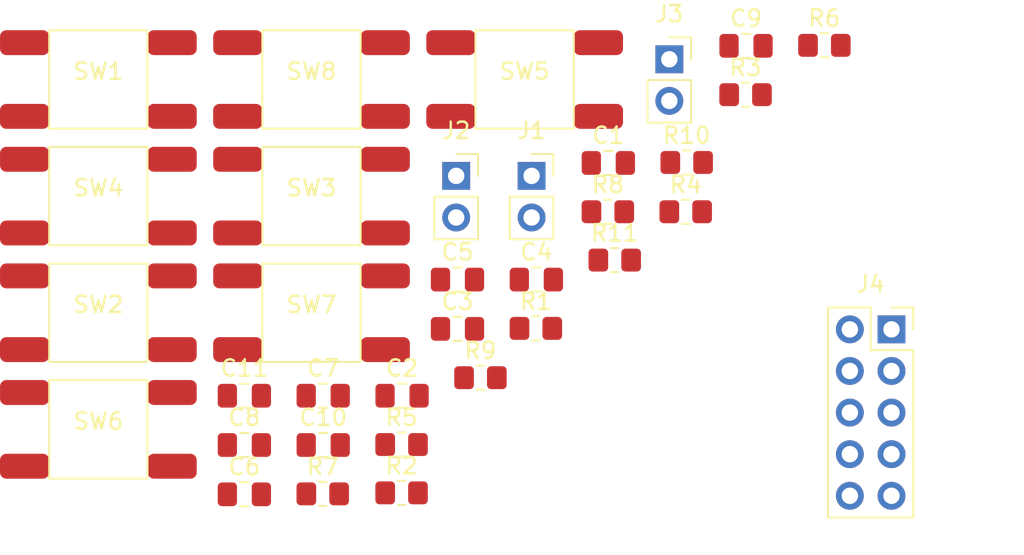
<source format=kicad_pcb>
(kicad_pcb (version 20211014) (generator pcbnew)
  (layers (0 "F.Cu" signal) (31 "B.Cu" signal) (34 "B.Paste" user) (35 "F.Paste" user) (36 "B.SilkS" user "B.Silkscreen") (37 "F.SilkS" user "F.Silkscreen") (38 "B.Mask" user) (39 "F.Mask" user) (44 "Edge.Cuts" user))
  (net 0 "")
  (net 1 "LEFT")
  (net 2 "GND")
  (net 3 "MENU")
  (net 4 "OK")
  (net 5 "DOWN")
  (net 6 "HOME")
  (net 7 "UP")
  (net 8 "RIGHT")
  (net 9 "BACK")
  (net 10 "BTN1")
  (net 11 "BTN2")
  (net 12 "BTN3")
  (net 13 "Net-(R1-Pad1)")
  (net 14 "+3.3V")
  (net 15 "Net-(R2-Pad1)")
  (net 16 "Net-(R3-Pad1)")
  (net 17 "Net-(R4-Pad1)")
  (net 18 "Net-(R5-Pad1)")
  (net 19 "Net-(R6-Pad1)")
  (net 20 "Net-(R7-Pad1)")
  (net 21 "Net-(R8-Pad1)")
  (footprint "Resistor_SMD:R_0805_2012Metric_Pad1.20x1.40mm_HandSolder" (layer "F.Cu") (at 153.15 104.542)
    (fp_text reference "R3" (at 0 -1.65) (layer "F.SilkS"))
    (fp_text value "10k")
    (fp_line (start -0.227064 0.735) (end 0.227064 0.735) (layer "F.SilkS") (width 0.12))
    (fp_line (start -0.227064 -0.735) (end 0.227064 -0.735) (layer "F.SilkS") (width 0.12))
    (pad "1" smd roundrect (at -1 0) (size 1.2 1.4) (layers "F.Cu" "F.Paste" "F.Mask") (roundrect_rratio 0.208333) (net 16 "Net-(R3-Pad1)"))
    (pad "2" smd roundrect (at 1 0) (size 1.2 1.4) (layers "F.Cu" "F.Paste" "F.Mask") (roundrect_rratio 0.208333) (net 14 "+3.3V"))
  )
  (footprint "Capacitor_SMD:C_0805_2012Metric_Pad1.18x1.45mm_HandSolder" (layer "F.Cu") (at 144.78 108.712)
    (fp_text reference "C1" (at 0 -1.68) (layer "F.SilkS"))
    (fp_text value "100nF")
    (fp_line (start -0.261252 0.735) (end 0.261252 0.735) (layer "F.SilkS") (width 0.12))
    (fp_line (start -0.261252 -0.735) (end 0.261252 -0.735) (layer "F.SilkS") (width 0.12))
    (pad "1" smd roundrect (at -1.0375 0) (size 1.175 1.45) (layers "F.Cu" "F.Paste" "F.Mask") (roundrect_rratio 0.212766) (net 1 "LEFT"))
    (pad "2" smd roundrect (at 1.0375 0) (size 1.175 1.45) (layers "F.Cu" "F.Paste" "F.Mask") (roundrect_rratio 0.212766) (net 2 "GND"))
  )
  (footprint "Connector_PinSocket_2.54mm:PinSocket_1x02_P2.54mm_Vertical" (layer "F.Cu") (at 140.1 109.502)
    (fp_text reference "J1" (at 0 -2.77) (layer "F.SilkS"))
    (fp_text value "BTN1")
    (fp_line (start -1.33 3.87) (end 1.33 3.87) (layer "F.SilkS") (width 0.12))
    (fp_line (start 1.33 -1.33) (end 1.33 0) (layer "F.SilkS") (width 0.12))
    (fp_line (start 0 -1.33) (end 1.33 -1.33) (layer "F.SilkS") (width 0.12))
    (fp_line (start -1.33 1.27) (end -1.33 3.87) (layer "F.SilkS") (width 0.12))
    (fp_line (start -1.33 1.27) (end 1.33 1.27) (layer "F.SilkS") (width 0.12))
    (fp_line (start 1.33 1.27) (end 1.33 3.87) (layer "F.SilkS") (width 0.12))
    (pad "1" thru_hole rect (at 0 0) (size 1.7 1.7) (drill 1) (layers *.Cu *.Mask) (net 2 "GND"))
    (pad "2" thru_hole oval (at 0 2.54) (size 1.7 1.7) (drill 1) (layers *.Cu *.Mask) (net 10 "BTN1"))
  )
  (footprint "Resistor_SMD:R_0805_2012Metric_Pad1.20x1.40mm_HandSolder" (layer "F.Cu") (at 132.17 125.902)
    (fp_text reference "R5" (at 0 -1.65) (layer "F.SilkS"))
    (fp_text value "10k")
    (fp_line (start -0.227064 -0.735) (end 0.227064 -0.735) (layer "F.SilkS") (width 0.12))
    (fp_line (start -0.227064 0.735) (end 0.227064 0.735) (layer "F.SilkS") (width 0.12))
    (pad "1" smd roundrect (at -1 0) (size 1.2 1.4) (layers "F.Cu" "F.Paste" "F.Mask") (roundrect_rratio 0.208333) (net 18 "Net-(R5-Pad1)"))
    (pad "2" smd roundrect (at 1 0) (size 1.2 1.4) (layers "F.Cu" "F.Paste" "F.Mask") (roundrect_rratio 0.208333) (net 14 "+3.3V"))
  )
  (footprint "TL3301SPF160QG:TL3301SPF160QG" (layer "F.Cu") (at 126.675 103.617)
    (fp_text reference "SW8" (at 0 -0.5 unlocked) (layer "F.SilkS"))
    (fp_text value "SW_MEC_5E")
    (fp_rect (start -3 -3) (end 3 3) (layer "F.SilkS") (width 0.12) (fill none))
    (pad "1" smd roundrect (at -4.5 2.25) (size 3 1.524) (layers "F.Cu" "F.Paste" "F.Mask"))
    (pad "2" smd roundrect (at 4.5 2.25) (size 3 1.524) (layers "F.Cu" "F.Paste" "F.Mask") (net 2 "GND"))
    (pad "3" smd roundrect (at -4.498165 -2.25) (size 3 1.524) (layers "F.Cu" "F.Paste" "F.Mask") (net 9 "BACK"))
    (pad "4" smd roundrect (at 4.5 -2.25) (size 3 1.524) (layers "F.Cu" "F.Paste" "F.Mask") (net 21 "Net-(R8-Pad1)"))
  )
  (footprint "Connector_PinSocket_2.54mm:PinSocket_1x02_P2.54mm_Vertical" (layer "F.Cu") (at 148.5 102.382)
    (fp_text reference "J3" (at 0 -2.77) (layer "F.SilkS"))
    (fp_text value "BTN3")
    (fp_line (start 0 -1.33) (end 1.33 -1.33) (layer "F.SilkS") (width 0.12))
    (fp_line (start 1.33 -1.33) (end 1.33 0) (layer "F.SilkS") (width 0.12))
    (fp_line (start -1.33 1.27) (end -1.33 3.87) (layer "F.SilkS") (width 0.12))
    (fp_line (start -1.33 3.87) (end 1.33 3.87) (layer "F.SilkS") (width 0.12))
    (fp_line (start -1.33 1.27) (end 1.33 1.27) (layer "F.SilkS") (width 0.12))
    (fp_line (start 1.33 1.27) (end 1.33 3.87) (layer "F.SilkS") (width 0.12))
    (pad "1" thru_hole rect (at 0 0) (size 1.7 1.7) (drill 1) (layers *.Cu *.Mask) (net 2 "GND"))
    (pad "2" thru_hole oval (at 0 2.54) (size 1.7 1.7) (drill 1) (layers *.Cu *.Mask) (net 12 "BTN3"))
  )
  (footprint "Capacitor_SMD:C_0805_2012Metric_Pad1.18x1.45mm_HandSolder" (layer "F.Cu") (at 153.18 101.562)
    (fp_text reference "C9" (at 0 -1.68) (layer "F.SilkS"))
    (fp_text value "100nF")
    (fp_line (start -0.261252 0.735) (end 0.261252 0.735) (layer "F.SilkS") (width 0.12))
    (fp_line (start -0.261252 -0.735) (end 0.261252 -0.735) (layer "F.SilkS") (width 0.12))
    (pad "1" smd roundrect (at -1.0375 0) (size 1.175 1.45) (layers "F.Cu" "F.Paste" "F.Mask") (roundrect_rratio 0.212766) (net 10 "BTN1"))
    (pad "2" smd roundrect (at 1.0375 0) (size 1.175 1.45) (layers "F.Cu" "F.Paste" "F.Mask") (roundrect_rratio 0.212766) (net 2 "GND"))
  )
  (footprint "TL3301SPF160QG:TL3301SPF160QG" (layer "F.Cu") (at 113.675 103.617)
    (fp_text reference "SW1" (at 0 -0.5 unlocked) (layer "F.SilkS"))
    (fp_text value "SW_MEC_5E")
    (fp_rect (start -3 -3) (end 3 3) (layer "F.SilkS") (width 0.12) (fill none))
    (pad "1" smd roundrect (at -4.5 2.25) (size 3 1.524) (layers "F.Cu" "F.Paste" "F.Mask"))
    (pad "2" smd roundrect (at 4.5 2.25) (size 3 1.524) (layers "F.Cu" "F.Paste" "F.Mask") (net 2 "GND"))
    (pad "3" smd roundrect (at -4.498165 -2.25) (size 3 1.524) (layers "F.Cu" "F.Paste" "F.Mask") (net 1 "LEFT"))
    (pad "4" smd roundrect (at 4.5 -2.25) (size 3 1.524) (layers "F.Cu" "F.Paste" "F.Mask") (net 13 "Net-(R1-Pad1)"))
  )
  (footprint "Resistor_SMD:R_0805_2012Metric_Pad1.20x1.40mm_HandSolder" (layer "F.Cu") (at 140.36 118.812)
    (fp_text reference "R1" (at 0 -1.65) (layer "F.SilkS"))
    (fp_text value "10k")
    (fp_line (start -0.227064 0.735) (end 0.227064 0.735) (layer "F.SilkS") (width 0.12))
    (fp_line (start -0.227064 -0.735) (end 0.227064 -0.735) (layer "F.SilkS") (width 0.12))
    (pad "1" smd roundrect (at -1 0) (size 1.2 1.4) (layers "F.Cu" "F.Paste" "F.Mask") (roundrect_rratio 0.208333) (net 13 "Net-(R1-Pad1)"))
    (pad "2" smd roundrect (at 1 0) (size 1.2 1.4) (layers "F.Cu" "F.Paste" "F.Mask") (roundrect_rratio 0.208333) (net 14 "+3.3V"))
  )
  (footprint "TL3301SPF160QG:TL3301SPF160QG" (layer "F.Cu") (at 126.675 110.737)
    (fp_text reference "SW3" (at 0 -0.5 unlocked) (layer "F.SilkS"))
    (fp_text value "SW_MEC_5E")
    (fp_rect (start -3 -3) (end 3 3) (layer "F.SilkS") (width 0.12) (fill none))
    (pad "1" smd roundrect (at -4.5 2.25) (size 3 1.524) (layers "F.Cu" "F.Paste" "F.Mask"))
    (pad "2" smd roundrect (at 4.5 2.25) (size 3 1.524) (layers "F.Cu" "F.Paste" "F.Mask") (net 2 "GND"))
    (pad "3" smd roundrect (at -4.498165 -2.25) (size 3 1.524) (layers "F.Cu" "F.Paste" "F.Mask") (net 4 "OK"))
    (pad "4" smd roundrect (at 4.5 -2.25) (size 3 1.524) (layers "F.Cu" "F.Paste" "F.Mask") (net 16 "Net-(R3-Pad1)"))
  )
  (footprint "TL3301SPF160QG:TL3301SPF160QG" (layer "F.Cu") (at 113.675 124.977)
    (fp_text reference "SW6" (at 0 -0.5 unlocked) (layer "F.SilkS"))
    (fp_text value "SW_MEC_5E")
    (fp_rect (start -3 -3) (end 3 3) (layer "F.SilkS") (width 0.12) (fill none))
    (pad "1" smd roundrect (at -4.5 2.25) (size 3 1.524) (layers "F.Cu" "F.Paste" "F.Mask"))
    (pad "2" smd roundrect (at 4.5 2.25) (size 3 1.524) (layers "F.Cu" "F.Paste" "F.Mask") (net 2 "GND"))
    (pad "3" smd roundrect (at -4.498165 -2.25) (size 3 1.524) (layers "F.Cu" "F.Paste" "F.Mask") (net 7 "UP"))
    (pad "4" smd roundrect (at 4.5 -2.25) (size 3 1.524) (layers "F.Cu" "F.Paste" "F.Mask") (net 19 "Net-(R6-Pad1)"))
  )
  (footprint "TL3301SPF160QG:TL3301SPF160QG" (layer "F.Cu") (at 113.675 117.857)
    (fp_text reference "SW2" (at 0 -0.5 unlocked) (layer "F.SilkS"))
    (fp_text value "SW_MEC_5E")
    (fp_rect (start -3 -3) (end 3 3) (layer "F.SilkS") (width 0.12) (fill none))
    (pad "1" smd roundrect (at -4.5 2.25) (size 3 1.524) (layers "F.Cu" "F.Paste" "F.Mask"))
    (pad "2" smd roundrect (at 4.5 2.25) (size 3 1.524) (layers "F.Cu" "F.Paste" "F.Mask") (net 2 "GND"))
    (pad "3" smd roundrect (at -4.498165 -2.25) (size 3 1.524) (layers "F.Cu" "F.Paste" "F.Mask") (net 3 "MENU"))
    (pad "4" smd roundrect (at 4.5 -2.25) (size 3 1.524) (layers "F.Cu" "F.Paste" "F.Mask") (net 15 "Net-(R2-Pad1)"))
  )
  (footprint "Connector_PinSocket_2.54mm:PinSocket_2x05_P2.54mm_Vertical" (layer "F.Cu") (at 162.052 118.872)
    (fp_text reference "J4" (at -1.27 -2.77) (layer "F.SilkS"))
    (fp_text value "Conn_02x05_Top_Bottom")
    (fp_line (start -1.27 -1.33) (end -1.27 1.27) (layer "F.SilkS") (width 0.12))
    (fp_line (start 1.33 -1.33) (end 1.33 0) (layer "F.SilkS") (width 0.12))
    (fp_line (start -3.87 -1.33) (end -3.87 11.49) (layer "F.SilkS") (width 0.12))
    (fp_line (start -1.27 1.27) (end 1.33 1.27) (layer "F.SilkS") (width 0.12))
    (fp_line (start -3.87 11.49) (end 1.33 11.49) (layer "F.SilkS") (width 0.12))
    (fp_line (start -3.87 -1.33) (end -1.27 -1.33) (layer "F.SilkS") (width 0.12))
    (fp_line (start 1.33 1.27) (end 1.33 11.49) (layer "F.SilkS") (width 0.12))
    (fp_line (start 0 -1.33) (end 1.33 -1.33) (layer "F.SilkS") (width 0.12))
    (pad "1" thru_hole rect (at 0 0) (size 1.7 1.7) (drill 1) (layers *.Cu *.Mask))
    (pad "2" thru_hole oval (at -2.54 0) (size 1.7 1.7) (drill 1) (layers *.Cu *.Mask))
    (pad "3" thru_hole oval (at 0 2.54) (size 1.7 1.7) (drill 1) (layers *.Cu *.Mask))
    (pad "4" thru_hole oval (at -2.54 2.54) (size 1.7 1.7) (drill 1) (layers *.Cu *.Mask))
    (pad "5" thru_hole oval (at 0 5.08) (size 1.7 1.7) (drill 1) (layers *.Cu *.Mask))
    (pad "6" thru_hole oval (at -2.54 5.08) (size 1.7 1.7) (drill 1) (layers *.Cu *.Mask))
    (pad "7" thru_hole oval (at 0 7.62) (size 1.7 1.7) (drill 1) (layers *.Cu *.Mask))
    (pad "8" thru_hole oval (at -2.54 7.62) (size 1.7 1.7) (drill 1) (layers *.Cu *.Mask))
    (pad "9" thru_hole oval (at 0 10.16) (size 1.7 1.7) (drill 1) (layers *.Cu *.Mask))
    (pad "10" thru_hole oval (at -2.54 10.16) (size 1.7 1.7) (drill 1) (layers *.Cu *.Mask))
  )
  (footprint "Resistor_SMD:R_0805_2012Metric_Pad1.20x1.40mm_HandSolder" (layer "F.Cu") (at 127.36 128.912)
    (fp_text reference "R7" (at 0 -1.65) (layer "F.SilkS"))
    (fp_text value "10k")
    (fp_line (start -0.227064 -0.735) (end 0.227064 -0.735) (layer "F.SilkS") (width 0.12))
    (fp_line (start -0.227064 0.735) (end 0.227064 0.735) (layer "F.SilkS") (width 0.12))
    (pad "1" smd roundrect (at -1 0) (size 1.2 1.4) (layers "F.Cu" "F.Paste" "F.Mask") (roundrect_rratio 0.208333) (net 20 "Net-(R7-Pad1)"))
    (pad "2" smd roundrect (at 1 0) (size 1.2 1.4) (layers "F.Cu" "F.Paste" "F.Mask") (roundrect_rratio 0.208333) (net 14 "+3.3V"))
  )
  (footprint "TL3301SPF160QG:TL3301SPF160QG" (layer "F.Cu") (at 126.675 117.857)
    (fp_text reference "SW7" (at 0 -0.5 unlocked) (layer "F.SilkS"))
    (fp_text value "SW_MEC_5E")
    (fp_rect (start -3 -3) (end 3 3) (layer "F.SilkS") (width 0.12) (fill none))
    (pad "1" smd roundrect (at -4.5 2.25) (size 3 1.524) (layers "F.Cu" "F.Paste" "F.Mask"))
    (pad "2" smd roundrect (at 4.5 2.25) (size 3 1.524) (layers "F.Cu" "F.Paste" "F.Mask") (net 2 "GND"))
    (pad "3" smd roundrect (at -4.498165 -2.25) (size 3 1.524) (layers "F.Cu" "F.Paste" "F.Mask") (net 8 "RIGHT"))
    (pad "4" smd roundrect (at 4.5 -2.25) (size 3 1.524) (layers "F.Cu" "F.Paste" "F.Mask") (net 20 "Net-(R7-Pad1)"))
  )
  (footprint "Capacitor_SMD:C_0805_2012Metric_Pad1.18x1.45mm_HandSolder" (layer "F.Cu") (at 135.58 115.832)
    (fp_text reference "C5" (at 0 -1.68) (layer "F.SilkS"))
    (fp_text value "100nF")
    (fp_line (start -0.261252 -0.735) (end 0.261252 -0.735) (layer "F.SilkS") (width 0.12))
    (fp_line (start -0.261252 0.735) (end 0.261252 0.735) (layer "F.SilkS") (width 0.12))
    (pad "1" smd roundrect (at -1.0375 0) (size 1.175 1.45) (layers "F.Cu" "F.Paste" "F.Mask") (roundrect_rratio 0.212766) (net 6 "HOME"))
    (pad "2" smd roundrect (at 1.0375 0) (size 1.175 1.45) (layers "F.Cu" "F.Paste" "F.Mask") (roundrect_rratio 0.212766) (net 2 "GND"))
  )
  (footprint "Resistor_SMD:R_0805_2012Metric_Pad1.20x1.40mm_HandSolder" (layer "F.Cu") (at 132.17 128.852)
    (fp_text reference "R2" (at 0 -1.65) (layer "F.SilkS"))
    (fp_text value "10k")
    (fp_line (start -0.227064 0.735) (end 0.227064 0.735) (layer "F.SilkS") (width 0.12))
    (fp_line (start -0.227064 -0.735) (end 0.227064 -0.735) (layer "F.SilkS") (width 0.12))
    (pad "1" smd roundrect (at -1 0) (size 1.2 1.4) (layers "F.Cu" "F.Paste" "F.Mask") (roundrect_rratio 0.208333) (net 15 "Net-(R2-Pad1)"))
    (pad "2" smd roundrect (at 1 0) (size 1.2 1.4) (layers "F.Cu" "F.Paste" "F.Mask") (roundrect_rratio 0.208333) (net 14 "+3.3V"))
  )
  (footprint "Capacitor_SMD:C_0805_2012Metric_Pad1.18x1.45mm_HandSolder" (layer "F.Cu") (at 132.2 122.922)
    (fp_text reference "C2" (at 0 -1.68) (layer "F.SilkS"))
    (fp_text value "100nF")
    (fp_line (start -0.261252 0.735) (end 0.261252 0.735) (layer "F.SilkS") (width 0.12))
    (fp_line (start -0.261252 -0.735) (end 0.261252 -0.735) (layer "F.SilkS") (width 0.12))
    (pad "1" smd roundrect (at -1.0375 0) (size 1.175 1.45) (layers "F.Cu" "F.Paste" "F.Mask") (roundrect_rratio 0.212766) (net 3 "MENU"))
    (pad "2" smd roundrect (at 1.0375 0) (size 1.175 1.45) (layers "F.Cu" "F.Paste" "F.Mask") (roundrect_rratio 0.212766) (net 2 "GND"))
  )
  (footprint "Capacitor_SMD:C_0805_2012Metric_Pad1.18x1.45mm_HandSolder" (layer "F.Cu") (at 122.58 128.942)
    (fp_text reference "C6" (at 0 -1.68) (layer "F.SilkS"))
    (fp_text value "100nF")
    (fp_line (start -0.261252 0.735) (end 0.261252 0.735) (layer "F.SilkS") (width 0.12))
    (fp_line (start -0.261252 -0.735) (end 0.261252 -0.735) (layer "F.SilkS") (width 0.12))
    (pad "1" smd roundrect (at -1.0375 0) (size 1.175 1.45) (layers "F.Cu" "F.Paste" "F.Mask") (roundrect_rratio 0.212766) (net 7 "UP"))
    (pad "2" smd roundrect (at 1.0375 0) (size 1.175 1.45) (layers "F.Cu" "F.Paste" "F.Mask") (roundrect_rratio 0.212766) (net 2 "GND"))
  )
  (footprint "Resistor_SMD:R_0805_2012Metric_Pad1.20x1.40mm_HandSolder" (layer "F.Cu") (at 136.98 121.822)
    (fp_text reference "R9" (at 0 -1.65) (layer "F.SilkS"))
    (fp_text value "10k")
    (fp_line (start -0.227064 0.735) (end 0.227064 0.735) (layer "F.SilkS") (width 0.12))
    (fp_line (start -0.227064 -0.735) (end 0.227064 -0.735) (layer "F.SilkS") (width 0.12))
    (pad "1" smd roundrect (at -1 0) (size 1.2 1.4) (layers "F.Cu" "F.Paste" "F.Mask") (roundrect_rratio 0.208333) (net 10 "BTN1"))
    (pad "2" smd roundrect (at 1 0) (size 1.2 1.4) (layers "F.Cu" "F.Paste" "F.Mask") (roundrect_rratio 0.208333) (net 14 "+3.3V"))
  )
  (footprint "Capacitor_SMD:C_0805_2012Metric_Pad1.18x1.45mm_HandSolder" (layer "F.Cu") (at 127.39 122.922)
    (fp_text reference "C7" (at 0 -1.68) (layer "F.SilkS"))
    (fp_text value "100nF")
    (fp_line (start -0.261252 -0.735) (end 0.261252 -0.735) (layer "F.SilkS") (width 0.12))
    (fp_line (start -0.261252 0.735) (end 0.261252 0.735) (layer "F.SilkS") (width 0.12))
    (pad "1" smd roundrect (at -1.0375 0) (size 1.175 1.45) (layers "F.Cu" "F.Paste" "F.Mask") (roundrect_rratio 0.212766) (net 8 "RIGHT"))
    (pad "2" smd roundrect (at 1.0375 0) (size 1.175 1.45) (layers "F.Cu" "F.Paste" "F.Mask") (roundrect_rratio 0.212766) (net 2 "GND"))
  )
  (footprint "TL3301SPF160QG:TL3301SPF160QG" (layer "F.Cu") (at 139.675 103.617)
    (fp_text reference "SW5" (at 0 -0.5 unlocked) (layer "F.SilkS"))
    (fp_text value "SW_MEC_5E")
    (fp_rect (start -3 -3) (end 3 3) (layer "F.SilkS") (width 0.12) (fill none))
    (pad "1" smd roundrect (at -4.5 2.25) (size 3 1.524) (layers "F.Cu" "F.Paste" "F.Mask"))
    (pad "2" smd roundrect (at 4.5 2.25) (size 3 1.524) (layers "F.Cu" "F.Paste" "F.Mask") (net 2 "GND"))
    (pad "3" smd roundrect (at -4.498165 -2.25) (size 3 1.524) (layers "F.Cu" "F.Paste" "F.Mask") (net 6 "HOME"))
    (pad "4" smd roundrect (at 4.5 -2.25) (size 3 1.524) (layers "F.Cu" "F.Paste" "F.Mask") (net 18 "Net-(R5-Pad1)"))
  )
  (footprint "Resistor_SMD:R_0805_2012Metric_Pad1.20x1.40mm_HandSolder" (layer "F.Cu") (at 149.5 111.692)
    (fp_text reference "R4" (at 0 -1.65) (layer "F.SilkS"))
    (fp_text value "10k")
    (fp_line (start -0.227064 0.735) (end 0.227064 0.735) (layer "F.SilkS") (width 0.12))
    (fp_line (start -0.227064 -0.735) (end 0.227064 -0.735) (layer "F.SilkS") (width 0.12))
    (pad "1" smd roundrect (at -1 0) (size 1.2 1.4) (layers "F.Cu" "F.Paste" "F.Mask") (roundrect_rratio 0.208333) (net 17 "Net-(R4-Pad1)"))
    (pad "2" smd roundrect (at 1 0) (size 1.2 1.4) (layers "F.Cu" "F.Paste" "F.Mask") (roundrect_rratio 0.208333) (net 14 "+3.3V"))
  )
  (footprint "Connector_PinSocket_2.54mm:PinSocket_1x02_P2.54mm_Vertical" (layer "F.Cu") (at 135.5 109.502)
    (fp_text reference "J2" (at 0 -2.77) (layer "F.SilkS"))
    (fp_text value "BTN2")
    (fp_line (start -1.33 3.87) (end 1.33 3.87) (layer "F.SilkS") (width 0.12))
    (fp_line (start 1.33 1.27) (end 1.33 3.87) (layer "F.SilkS") (width 0.12))
    (fp_line (start -1.33 1.27) (end 1.33 1.27) (layer "F.SilkS") (width 0.12))
    (fp_line (start 0 -1.33) (end 1.33 -1.33) (layer "F.SilkS") (width 0.12))
    (fp_line (start 1.33 -1.33) (end 1.33 0) (layer "F.SilkS") (width 0.12))
    (fp_line (start -1.33 1.27) (end -1.33 3.87) (layer "F.SilkS") (width 0.12))
    (pad "1" thru_hole rect (at 0 0) (size 1.7 1.7) (drill 1) (layers *.Cu *.Mask) (net 2 "GND"))
    (pad "2" thru_hole oval (at 0 2.54) (size 1.7 1.7) (drill 1) (layers *.Cu *.Mask) (net 11 "BTN2"))
  )
  (footprint "Resistor_SMD:R_0805_2012Metric_Pad1.20x1.40mm_HandSolder" (layer "F.Cu") (at 157.96 101.532)
    (fp_text reference "R6" (at 0 -1.65) (layer "F.SilkS"))
    (fp_text value "10k")
    (fp_line (start -0.227064 -0.735) (end 0.227064 -0.735) (layer "F.SilkS") (width 0.12))
    (fp_line (start -0.227064 0.735) (end 0.227064 0.735) (layer "F.SilkS") (width 0.12))
    (pad "1" smd roundrect (at -1 0) (size 1.2 1.4) (layers "F.Cu" "F.Paste" "F.Mask") (roundrect_rratio 0.208333) (net 19 "Net-(R6-Pad1)"))
    (pad "2" smd roundrect (at 1 0) (size 1.2 1.4) (layers "F.Cu" "F.Paste" "F.Mask") (roundrect_rratio 0.208333) (net 14 "+3.3V"))
  )
  (footprint "Capacitor_SMD:C_0805_2012Metric_Pad1.18x1.45mm_HandSolder" (layer "F.Cu") (at 122.58 125.932)
    (fp_text reference "C8" (at 0 -1.68) (layer "F.SilkS"))
    (fp_text value "100nF")
    (fp_line (start -0.261252 0.735) (end 0.261252 0.735) (layer "F.SilkS") (width 0.12))
    (fp_line (start -0.261252 -0.735) (end 0.261252 -0.735) (layer "F.SilkS") (width 0.12))
    (pad "1" smd roundrect (at -1.0375 0) (size 1.175 1.45) (layers "F.Cu" "F.Paste" "F.Mask") (roundrect_rratio 0.212766) (net 9 "BACK"))
    (pad "2" smd roundrect (at 1.0375 0) (size 1.175 1.45) (layers "F.Cu" "F.Paste" "F.Mask") (roundrect_rratio 0.212766) (net 2 "GND"))
  )
  (footprint "Resistor_SMD:R_0805_2012Metric_Pad1.20x1.40mm_HandSolder" (layer "F.Cu") (at 144.75 111.692)
    (fp_text reference "R8" (at 0 -1.65) (layer "F.SilkS"))
    (fp_text value "10k")
    (fp_line (start -0.227064 -0.735) (end 0.227064 -0.735) (layer "F.SilkS") (width 0.12))
    (fp_line (start -0.227064 0.735) (end 0.227064 0.735) (layer "F.SilkS") (width 0.12))
    (pad "1" smd roundrect (at -1 0) (size 1.2 1.4) (layers "F.Cu" "F.Paste" "F.Mask") (roundrect_rratio 0.208333) (net 21 "Net-(R8-Pad1)"))
    (pad "2" smd roundrect (at 1 0) (size 1.2 1.4) (layers "F.Cu" "F.Paste" "F.Mask") (roundrect_rratio 0.208333) (net 14 "+3.3V"))
  )
  (footprint "Resistor_SMD:R_0805_2012Metric_Pad1.20x1.40mm_HandSolder" (layer "F.Cu") (at 145.17 114.642)
    (fp_text reference "R11" (at 0 -1.65) (layer "F.SilkS"))
    (fp_text value "10k")
    (fp_line (start -0.227064 0.735) (end 0.227064 0.735) (layer "F.SilkS") (width 0.12))
    (fp_line (start -0.227064 -0.735) (end 0.227064 -0.735) (layer "F.SilkS") (width 0.12))
    (pad "1" smd roundrect (at -1 0) (size 1.2 1.4) (layers "F.Cu" "F.Paste" "F.Mask") (roundrect_rratio 0.208333) (net 12 "BTN3"))
    (pad "2" smd roundrect (at 1 0) (size 1.2 1.4) (layers "F.Cu" "F.Paste" "F.Mask") (roundrect_rratio 0.208333) (net 14 "+3.3V"))
  )
  (footprint "TL3301SPF160QG:TL3301SPF160QG" (layer "F.Cu") (at 113.675 110.737)
    (fp_text reference "SW4" (at 0 -0.5 unlocked) (layer "F.SilkS"))
    (fp_text value "SW_MEC_5E")
    (fp_rect (start -3 -3) (end 3 3) (layer "F.SilkS") (width 0.12) (fill none))
    (pad "1" smd roundrect (at -4.5 2.25) (size 3 1.524) (layers "F.Cu" "F.Paste" "F.Mask"))
    (pad "2" smd roundrect (at 4.5 2.25) (size 3 1.524) (layers "F.Cu" "F.Paste" "F.Mask") (net 2 "GND"))
    (pad "3" smd roundrect (at -4.498165 -2.25) (size 3 1.524) (layers "F.Cu" "F.Paste" "F.Mask") (net 5 "DOWN"))
    (pad "4" smd roundrect (at 4.5 -2.25) (size 3 1.524) (layers "F.Cu" "F.Paste" "F.Mask") (net 17 "Net-(R4-Pad1)"))
  )
  (footprint "Resistor_SMD:R_0805_2012Metric_Pad1.20x1.40mm_HandSolder" (layer "F.Cu") (at 149.56 108.682)
    (fp_text reference "R10" (at 0 -1.65) (layer "F.SilkS"))
    (fp_text value "10k")
    (fp_line (start -0.227064 0.735) (end 0.227064 0.735) (layer "F.SilkS") (width 0.12))
    (fp_line (start -0.227064 -0.735) (end 0.227064 -0.735) (layer "F.SilkS") (width 0.12))
    (pad "1" smd roundrect (at -1 0) (size 1.2 1.4) (layers "F.Cu" "F.Paste" "F.Mask") (roundrect_rratio 0.208333) (net 11 "BTN2"))
    (pad "2" smd roundrect (at 1 0) (size 1.2 1.4) (layers "F.Cu" "F.Paste" "F.Mask") (roundrect_rratio 0.208333) (net 14 "+3.3V"))
  )
  (footprint "Capacitor_SMD:C_0805_2012Metric_Pad1.18x1.45mm_HandSolder" (layer "F.Cu") (at 122.58 122.922)
    (fp_text reference "C11" (at 0 -1.68) (layer "F.SilkS"))
    (fp_text value "100nF")
    (fp_line (start -0.261252 0.735) (end 0.261252 0.735) (layer "F.SilkS") (width 0.12))
    (fp_line (start -0.261252 -0.735) (end 0.261252 -0.735) (layer "F.SilkS") (width 0.12))
    (pad "1" smd roundrect (at -1.0375 0) (size 1.175 1.45) (layers "F.Cu" "F.Paste" "F.Mask") (roundrect_rratio 0.212766) (net 12 "BTN3"))
    (pad "2" smd roundrect (at 1.0375 0) (size 1.175 1.45) (layers "F.Cu" "F.Paste" "F.Mask") (roundrect_rratio 0.212766) (net 2 "GND"))
  )
  (footprint "Capacitor_SMD:C_0805_2012Metric_Pad1.18x1.45mm_HandSolder" (layer "F.Cu") (at 127.39 125.932)
    (fp_text reference "C10" (at 0 -1.68) (layer "F.SilkS"))
    (fp_text value "100nF")
    (fp_line (start -0.261252 -0.735) (end 0.261252 -0.735) (layer "F.SilkS") (width 0.12))
    (fp_line (start -0.261252 0.735) (end 0.261252 0.735) (layer "F.SilkS") (width 0.12))
    (pad "1" smd roundrect (at -1.0375 0) (size 1.175 1.45) (layers "F.Cu" "F.Paste" "F.Mask") (roundrect_rratio 0.212766) (net 11 "BTN2"))
    (pad "2" smd roundrect (at 1.0375 0) (size 1.175 1.45) (layers "F.Cu" "F.Paste" "F.Mask") (roundrect_rratio 0.212766) (net 2 "GND"))
  )
  (footprint "Capacitor_SMD:C_0805_2012Metric_Pad1.18x1.45mm_HandSolder" (layer "F.Cu") (at 140.39 115.832)
    (fp_text reference "C4" (at 0 -1.68) (layer "F.SilkS"))
    (fp_text value "100nF")
    (fp_line (start -0.261252 -0.735) (end 0.261252 -0.735) (layer "F.SilkS") (width 0.12))
    (fp_line (start -0.261252 0.735) (end 0.261252 0.735) (layer "F.SilkS") (width 0.12))
    (pad "1" smd roundrect (at -1.0375 0) (size 1.175 1.45) (layers "F.Cu" "F.Paste" "F.Mask") (roundrect_rratio 0.212766) (net 5 "DOWN"))
    (pad "2" smd roundrect (at 1.0375 0) (size 1.175 1.45) (layers "F.Cu" "F.Paste" "F.Mask") (roundrect_rratio 0.212766) (net 2 "GND"))
  )
  (footprint "Capacitor_SMD:C_0805_2012Metric_Pad1.18x1.45mm_HandSolder" (layer "F.Cu") (at 135.58 118.842)
    (fp_text reference "C3" (at 0 -1.68) (layer "F.SilkS"))
    (fp_text value "100nF")
    (fp_line (start -0.261252 -0.735) (end 0.261252 -0.735) (layer "F.SilkS") (width 0.12))
    (fp_line (start -0.261252 0.735) (end 0.261252 0.735) (layer "F.SilkS") (width 0.12))
    (pad "1" smd roundrect (at -1.0375 0) (size 1.175 1.45) (layers "F.Cu" "F.Paste" "F.Mask") (roundrect_rratio 0.212766) (net 4 "OK"))
    (pad "2" smd roundrect (at 1.0375 0) (size 1.175 1.45) (layers "F.Cu" "F.Paste" "F.Mask") (roundrect_rratio 0.212766) (net 2 "GND"))
  )
)
</source>
